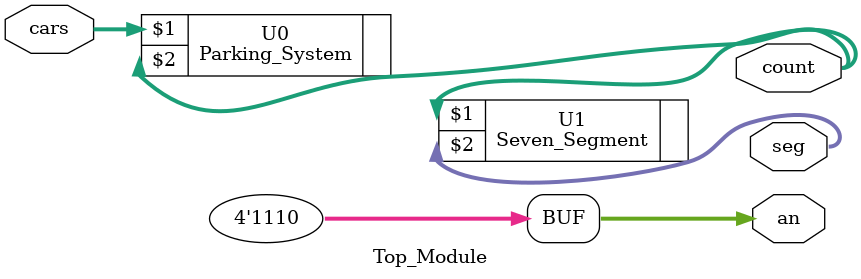
<source format=v>
`timescale 1ns / 1ps


module Top_Module(
input [14:0] cars,
output [3:0] count,
output [6:0] seg,
output [3:0] an
   );
   
 assign an=4'b1110;
 
 Parking_System U0(cars,count);
 Seven_Segment U1(count,seg);
 
 
endmodule

</source>
